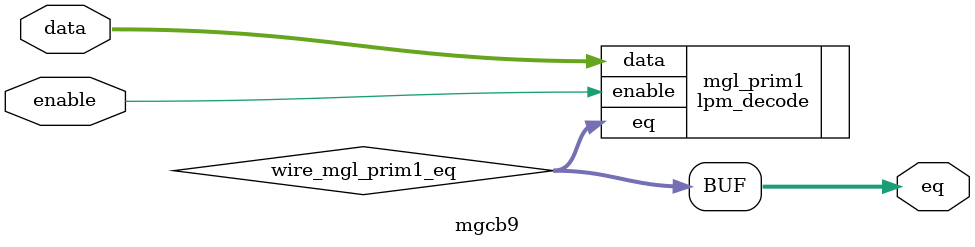
<source format=v>






//synthesis_resources = lpm_decode 1 
//synopsys translate_off
`timescale 1 ps / 1 ps
//synopsys translate_on
module  mgcb9
	( 
	data,
	enable,
	eq) /* synthesis synthesis_clearbox=1 */;
	input   [1:0]  data;
	input   enable;
	output   [3:0]  eq;

	wire  [3:0]   wire_mgl_prim1_eq;

	lpm_decode   mgl_prim1
	( 
	.data(data),
	.enable(enable),
	.eq(wire_mgl_prim1_eq));
	defparam
		mgl_prim1.lpm_decodes = 4,
		mgl_prim1.lpm_type = "LPM_DECODE",
		mgl_prim1.lpm_width = 2;
	assign
		eq = wire_mgl_prim1_eq;
endmodule //mgcb9
//VALID FILE

</source>
